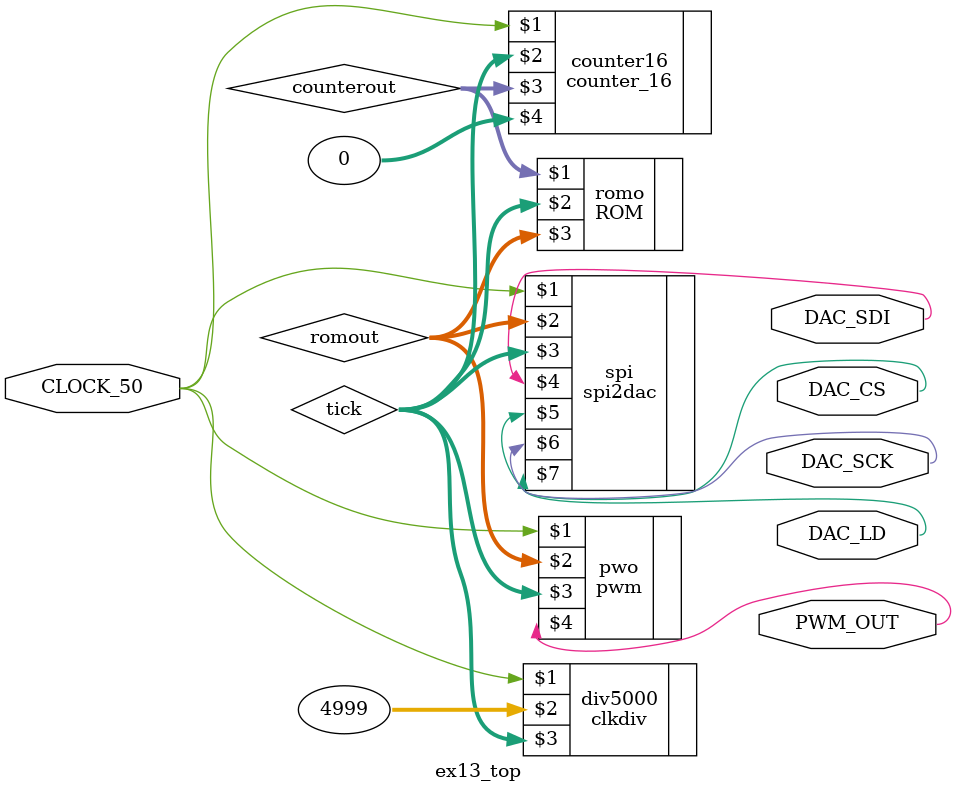
<source format=v>
module ex13_top(
		CLOCK_50, //clock input
		PWM_OUT,
		DAC_CS,
		DAC_SDI,
		DAC_LD,
		DAC_SCK
		);
		
		input CLOCK_50;
		
		output DAC_CS;
		output DAC_SDI;
		output DAC_LD;
		output DAC_SCK;
		output PWM_OUT;
		
		wire [9:0] counterout;		
		wire [9:0] romout;		
		wire [15:0] tick;
		
	clkdiv div5000 (CLOCK_50, 4999,tick);
		
	counter_16 counter16(CLOCK_50,	tick, 	counterout, 	0);
	
	ROM romo(counterout,tick,romout);
	
	spi2dac  spi(CLOCK_50, romout, tick, DAC_SDI, DAC_CS, DAC_SCK, DAC_LD);
	
	pwm pwo(CLOCK_50,romout,tick,PWM_OUT);
	
endmodule 

</source>
